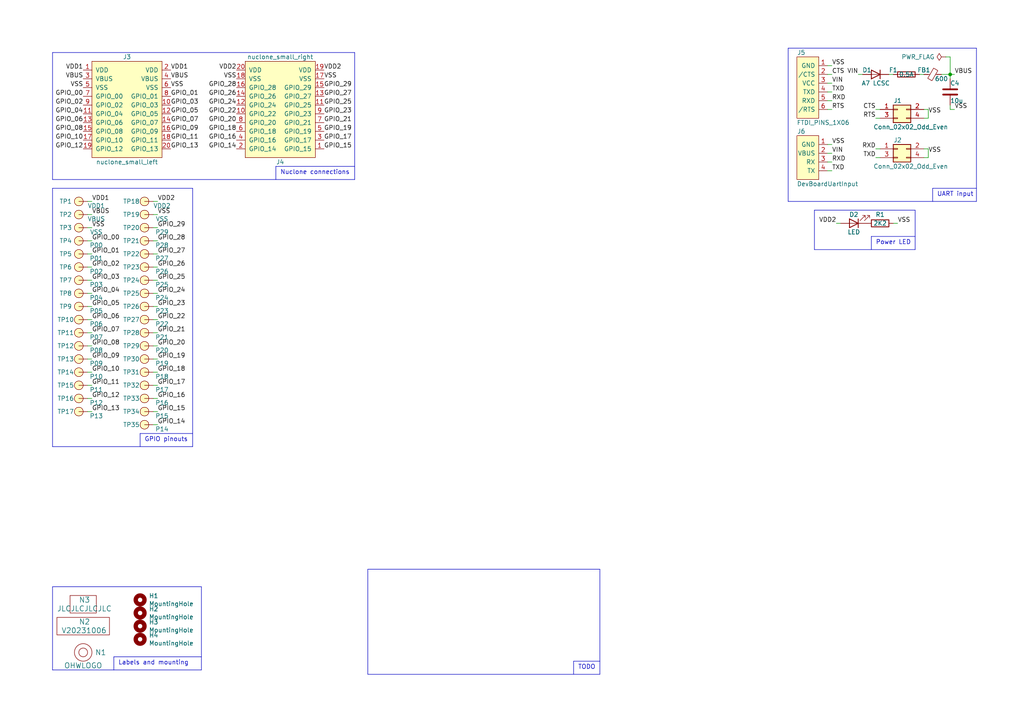
<source format=kicad_sch>
(kicad_sch (version 20231120) (generator "eeschema") (generator_version "8.0")
  (paper "A4")
  (lib_symbols
    (symbol "Connector_Generic:Conn_02x02_Odd_Even" (pin_names (offset 1.016) hide)
      (property "Reference" "J" (at 1.27 2.54 0))
      (property "Value" "Conn_02x02_Odd_Even" (at 1.27 -5.08 0))
      (symbol "Conn_02x02_Odd_Even_1_1"
        (rectangle (start -1.27 -2.413) (end 0 -2.667) (stroke (width 0.1524)))
        (rectangle (start -1.27 0.127) (end 0 -0.127) (stroke (width 0.1524)))
        (rectangle (start -1.27 1.27) (end 3.81 -3.81) (stroke (width 0.254)) (fill (type background)))
        (rectangle (start 3.81 -2.413) (end 2.54 -2.667) (stroke (width 0.1524)))
        (rectangle (start 3.81 0.127) (end 2.54 -0.127) (stroke (width 0.1524)))
        (pin passive line (at -5.08 0 0) (length 3.81) (name "Pin_1") (number "1"))
        (pin passive line (at 7.62 0 180) (length 3.81) (name "Pin_2") (number "2"))
        (pin passive line (at -5.08 -2.54 0) (length 3.81) (name "Pin_3") (number "3"))
        (pin passive line (at 7.62 -2.54 180) (length 3.81) (name "Pin_4") (number "4"))
      )
    )
    (symbol "Device:C" (pin_numbers hide) (pin_names (offset 0.254))
      (property "Reference" "C" (at 0.635 2.54 0))
      (property "Value" "C" (at 0.635 -2.54 0))
      (symbol "C_0_1"
        (polyline (pts (xy -2.032 -0.762) (xy 2.032 -0.762)) (stroke (width 0.508)))
        (polyline (pts (xy -2.032 0.762) (xy 2.032 0.762)) (stroke (width 0.508)))
      )
      (symbol "C_1_1"
        (pin passive line (at 0 3.81 270) (length 2.794) (name "~") (number "1"))
        (pin passive line (at 0 -3.81 90) (length 2.794) (name "~") (number "2"))
      )
    )
    (symbol "Device:D" (pin_numbers hide) (pin_names (offset 1.016) hide)
      (property "Reference" "D" (at 0 2.54 0))
      (property "Value" "D" (at 0 -2.54 0))
      (symbol "D_0_1"
        (polyline (pts (xy -1.27 1.27) (xy -1.27 -1.27)) (stroke (width 0.254)))
        (polyline (pts (xy 1.27 0) (xy -1.27 0)))
        (polyline (pts (xy 1.27 1.27) (xy 1.27 -1.27) (xy -1.27 0) (xy 1.27 1.27)) (stroke (width 0.254)))
      )
      (symbol "D_1_1"
        (pin passive line (at -3.81 0 0) (length 2.54) (name "K") (number "1"))
        (pin passive line (at 3.81 0 180) (length 2.54) (name "A") (number "2"))
      )
    )
    (symbol "Device:FerriteBead_Small" (pin_numbers hide) (pin_names (offset 0))
      (property "Reference" "FB" (at 1.905 1.27 0))
      (property "Value" "FerriteBead_Small" (at 1.905 -1.27 0))
      (symbol "FerriteBead_Small_0_1"
        (polyline (pts (xy 0 -1.27) (xy 0 -0.7874)))
        (polyline (pts (xy 0 0.889) (xy 0 1.2954)))
        (polyline (pts (xy -1.8288 0.2794) (xy -1.1176 1.4986) (xy 1.8288 -0.2032) (xy 1.1176 -1.4224) (xy -1.8288 0.2794)))
      )
      (symbol "FerriteBead_Small_1_1"
        (pin passive line (at 0 2.54 270) (length 1.27) (name "~") (number "1"))
        (pin passive line (at 0 -2.54 90) (length 1.27) (name "~") (number "2"))
      )
    )
    (symbol "Device:Fuse" (pin_numbers hide) (pin_names (offset 0))
      (property "Reference" "F" (at 2.032 0 90))
      (property "Value" "Fuse" (at -1.905 0 90))
      (symbol "Fuse_0_1"
        (rectangle (start -0.762 -2.54) (end 0.762 2.54) (stroke (width 0.254)))
        (polyline (pts (xy 0 2.54) (xy 0 -2.54)))
      )
      (symbol "Fuse_1_1"
        (pin passive line (at 0 3.81 270) (length 1.27) (name "~") (number "1"))
        (pin passive line (at 0 -3.81 90) (length 1.27) (name "~") (number "2"))
      )
    )
    (symbol "Device:LED" (pin_numbers hide) (pin_names (offset 1.016) hide)
      (property "Reference" "D" (at 0 2.54 0))
      (property "Value" "LED" (at 0 -2.54 0))
      (symbol "LED_0_1"
        (polyline (pts (xy -1.27 -1.27) (xy -1.27 1.27)) (stroke (width 0.254)))
        (polyline (pts (xy -1.27 0) (xy 1.27 0)))
        (polyline (pts (xy 1.27 -1.27) (xy 1.27 1.27) (xy -1.27 0) (xy 1.27 -1.27)) (stroke (width 0.254)))
        (polyline (pts (xy -3.048 -0.762) (xy -4.572 -2.286) (xy -3.81 -2.286) (xy -4.572 -2.286) (xy -4.572 -1.524)))
        (polyline (pts (xy -1.778 -0.762) (xy -3.302 -2.286) (xy -2.54 -2.286) (xy -3.302 -2.286) (xy -3.302 -1.524)))
      )
      (symbol "LED_1_1"
        (pin passive line (at -3.81 0 0) (length 2.54) (name "K") (number "1"))
        (pin passive line (at 3.81 0 180) (length 2.54) (name "A") (number "2"))
      )
    )
    (symbol "Device:R" (pin_numbers hide) (pin_names (offset 0))
      (property "Reference" "R" (at 2.032 0 90))
      (property "Value" "R" (at 0 0 90))
      (symbol "R_0_1"
        (rectangle (start -1.016 -2.54) (end 1.016 2.54) (stroke (width 0.254)))
      )
      (symbol "R_1_1"
        (pin passive line (at 0 3.81 270) (length 1.27) (name "~") (number "1"))
        (pin passive line (at 0 -3.81 90) (length 1.27) (name "~") (number "2"))
      )
    )
    (symbol "Mechanical:MountingHole" (pin_names (offset 1.016))
      (property "Reference" "H" (at 0 5.08 0))
      (property "Value" "MountingHole" (at 0 3.175 0))
      (symbol "MountingHole_0_1"
        (circle (center 0 0) (radius 1.27) (stroke (width 1.27)))
      )
    )
    (symbol "SquantorConnectorsNamed:DevBoardUartInput" (pin_names (offset 1.016))
      (property "Reference" "J" (at 0 7.62 0))
      (property "Value" "DevBoardUartInput" (at 0 -7.62 0))
      (symbol "DevBoardUartInput_0_1"
        (rectangle (start 2.54 -6.35) (end -3.81 6.35) (fill (type background)))
      )
      (symbol "DevBoardUartInput_1_1"
        (pin power_out line (at 5.08 3.81 180) (length 2.54) (name "GND") (number "1"))
        (pin power_out line (at 5.08 1.27 180) (length 2.54) (name "VBUS") (number "2"))
        (pin input line (at 5.08 -1.27 180) (length 2.54) (name "RX") (number "3"))
        (pin output line (at 5.08 -3.81 180) (length 2.54) (name "TX") (number "4"))
      )
    )
    (symbol "SquantorConnectorsNamed:FTDI_PINS_1X06" (pin_names (offset 1.016))
      (property "Reference" "J" (at 0 10.16 0))
      (property "Value" "FTDI_PINS_1X06" (at 0 -10.16 0))
      (symbol "FTDI_PINS_1X06_0_1"
        (rectangle (start -3.81 8.89) (end 2.54 -8.89) (fill (type background)))
      )
      (symbol "FTDI_PINS_1X06_1_1"
        (pin power_out line (at 5.08 6.35 180) (length 2.54) (name "GND") (number "1"))
        (pin input line (at 5.08 3.81 180) (length 2.54) (name "/CTS") (number "2"))
        (pin power_out line (at 5.08 1.27 180) (length 2.54) (name "VCC") (number "3"))
        (pin output line (at 5.08 -1.27 180) (length 2.54) (name "TXD") (number "4"))
        (pin input line (at 5.08 -3.81 180) (length 2.54) (name "RXD") (number "5"))
        (pin output line (at 5.08 -6.35 180) (length 2.54) (name "/RTS") (number "6"))
      )
    )
    (symbol "SquantorConnectorsNamed:nuclone_small_left" (pin_names (offset 1.016))
      (property "Reference" "J" (at 0 15.24 0))
      (property "Value" "nuclone_small_left" (at 0 -15.24 0))
      (symbol "nuclone_small_left_0_1"
        (rectangle (start -10.16 13.97) (end 10.16 -13.97) (fill (type background)))
      )
      (symbol "nuclone_small_left_1_1"
        (pin power_in line (at -12.7 11.43 0) (length 2.54) (name "VDD") (number "1"))
        (pin bidirectional line (at 12.7 1.27 180) (length 2.54) (name "GPIO_03") (number "10"))
        (pin bidirectional line (at -12.7 -1.27 0) (length 2.54) (name "GPIO_04") (number "11"))
        (pin bidirectional line (at 12.7 -1.27 180) (length 2.54) (name "GPIO_05") (number "12"))
        (pin bidirectional line (at -12.7 -3.81 0) (length 2.54) (name "GPIO_06") (number "13"))
        (pin bidirectional line (at 12.7 -3.81 180) (length 2.54) (name "GPIO_07") (number "14"))
        (pin bidirectional line (at -12.7 -6.35 0) (length 2.54) (name "GPIO_08") (number "15"))
        (pin bidirectional line (at 12.7 -6.35 180) (length 2.54) (name "GPIO_09") (number "16"))
        (pin bidirectional line (at -12.7 -8.89 0) (length 2.54) (name "GPIO_10") (number "17"))
        (pin bidirectional line (at 12.7 -8.89 180) (length 2.54) (name "GPIO_11") (number "18"))
        (pin bidirectional line (at -12.7 -11.43 0) (length 2.54) (name "GPIO_12") (number "19"))
        (pin power_in line (at 12.7 11.43 180) (length 2.54) (name "VDD") (number "2"))
        (pin bidirectional line (at 12.7 -11.43 180) (length 2.54) (name "GPIO_13") (number "20"))
        (pin power_in line (at -12.7 8.89 0) (length 2.54) (name "VBUS") (number "3"))
        (pin power_in line (at 12.7 8.89 180) (length 2.54) (name "VBUS") (number "4"))
        (pin power_in line (at -12.7 6.35 0) (length 2.54) (name "VSS") (number "5"))
        (pin power_in line (at 12.7 6.35 180) (length 2.54) (name "VSS") (number "6"))
        (pin bidirectional line (at -12.7 3.81 0) (length 2.54) (name "GPIO_00") (number "7"))
        (pin bidirectional line (at 12.7 3.81 180) (length 2.54) (name "GPIO_01") (number "8"))
        (pin bidirectional line (at -12.7 1.27 0) (length 2.54) (name "GPIO_02") (number "9"))
      )
    )
    (symbol "SquantorConnectorsNamed:nuclone_small_right" (pin_names (offset 1.016))
      (property "Reference" "J" (at 0 -15.24 0))
      (property "Value" "nuclone_small_right" (at 0 15.24 0))
      (symbol "nuclone_small_right_0_1"
        (rectangle (start 10.16 -13.97) (end -10.16 13.97) (fill (type background)))
      )
      (symbol "nuclone_small_right_1_1"
        (pin bidirectional line (at 12.7 -11.43 180) (length 2.54) (name "GPIO_15") (number "1"))
        (pin bidirectional line (at -12.7 -1.27 0) (length 2.54) (name "GPIO_22") (number "10"))
        (pin bidirectional line (at 12.7 1.27 180) (length 2.54) (name "GPIO_25") (number "11"))
        (pin bidirectional line (at -12.7 1.27 0) (length 2.54) (name "GPIO_24") (number "12"))
        (pin bidirectional line (at 12.7 3.81 180) (length 2.54) (name "GPIO_27") (number "13"))
        (pin bidirectional line (at -12.7 3.81 0) (length 2.54) (name "GPIO_26") (number "14"))
        (pin bidirectional line (at 12.7 6.35 180) (length 2.54) (name "GPIO_29") (number "15"))
        (pin bidirectional line (at -12.7 6.35 0) (length 2.54) (name "GPIO_28") (number "16"))
        (pin power_in line (at 12.7 8.89 180) (length 2.54) (name "VSS") (number "17"))
        (pin power_in line (at -12.7 8.89 0) (length 2.54) (name "VSS") (number "18"))
        (pin power_in line (at 12.7 11.43 180) (length 2.54) (name "VDD") (number "19"))
        (pin bidirectional line (at -12.7 -11.43 0) (length 2.54) (name "GPIO_14") (number "2"))
        (pin power_in line (at -12.7 11.43 0) (length 2.54) (name "VDD") (number "20"))
        (pin bidirectional line (at 12.7 -8.89 180) (length 2.54) (name "GPIO_17") (number "3"))
        (pin bidirectional line (at -12.7 -8.89 0) (length 2.54) (name "GPIO_16") (number "4"))
        (pin bidirectional line (at 12.7 -6.35 180) (length 2.54) (name "GPIO_19") (number "5"))
        (pin bidirectional line (at -12.7 -6.35 0) (length 2.54) (name "GPIO_18") (number "6"))
        (pin bidirectional line (at 12.7 -3.81 180) (length 2.54) (name "GPIO_21") (number "7"))
        (pin bidirectional line (at -12.7 -3.81 0) (length 2.54) (name "GPIO_20") (number "8"))
        (pin bidirectional line (at 12.7 -1.27 180) (length 2.54) (name "GPIO_23") (number "9"))
      )
    )
    (symbol "SquantorLabels:Label" (pin_names (offset 1.016))
      (property "Reference" "N" (at 0 1.27 0))
      (property "Value" "Label" (at 0 -1.27 0))
      (symbol "Label_0_1"
        (rectangle (start -3.81 2.54) (end 3.81 -2.54))
      )
    )
    (symbol "SquantorLabels:OHWLOGO" (pin_names (offset 1.016))
      (property "Reference" "N" (at 0 3.81 0))
      (property "Value" "OHWLOGO" (at 0 -3.81 0))
      (symbol "OHWLOGO_0_1"
        (circle (center 0 0) (radius 1.27))
        (circle (center 0 0) (radius 2.54))
      )
    )
    (symbol "SquantorLabels:VYYYYMMDD" (pin_names (offset 1.016))
      (property "Reference" "N" (at 0 2.54 0))
      (property "Value" "VYYYYMMDD" (at 0 0 0))
      (symbol "VYYYYMMDD_0_1"
        (rectangle (start 7.62 -1.27) (end -7.62 3.81))
      )
    )
    (symbol "SquantorProto:testpad" (pin_numbers hide) (pin_names (offset 1.016) hide)
      (property "Reference" "TP" (at 0 2.54 0))
      (property "Value" "testpad" (at 0 -2.54 0))
      (symbol "testpad_0_1"
        (circle (center 0 0) (radius 1.27) (fill (type background)))
      )
      (symbol "testpad_1_1"
        (pin passive line (at -2.54 0 0) (length 2.54) (name "1") (number "1"))
      )
    )
    (symbol "power:PWR_FLAG" (power) (pin_numbers hide) (pin_names (offset 0) hide)
      (property "Value" "PWR_FLAG" (at 0 3.81 0))
      (symbol "PWR_FLAG_0_0"
        (pin power_out line (at 0 0 90) (length 0) (name "pwr") (number "1"))
      )
      (symbol "PWR_FLAG_0_1"
        (polyline (pts (xy 0 0) (xy 0 1.27) (xy -1.016 1.905) (xy 0 2.54) (xy 1.016 1.905) (xy 0 1.27)))
      )
    )
  )
  (junction (at 275.59 21.59))
  (polyline (pts (xy 228.6 13.97) (xy 283.21 13.97)))
  (wire (pts (xy 248.92 21.59) (xy 250.19 21.59)))
  (wire (pts (xy 44.45 96.52) (xy 45.72 96.52)))
  (wire (pts (xy 44.45 58.42) (xy 45.72 58.42)))
  (wire (pts (xy 276.86 21.59) (xy 275.59 21.59)))
  (polyline (pts (xy 102.87 48.26) (xy 80.01 48.26)))
  (polyline (pts (xy 33.02 190.5) (xy 33.02 194.31)))
  (wire (pts (xy 275.59 21.59) (xy 275.59 22.86)))
  (wire (pts (xy 269.24 34.29) (xy 267.97 34.29)))
  (wire (pts (xy 254 43.18) (xy 255.27 43.18)))
  (wire (pts (xy 45.72 77.47) (xy 44.45 77.47)))
  (wire (pts (xy 257.81 21.59) (xy 259.08 21.59)))
  (polyline (pts (xy 58.42 190.5) (xy 33.02 190.5)))
  (wire (pts (xy 240.03 31.75) (xy 241.3 31.75)))
  (polyline (pts (xy 228.6 58.42) (xy 283.21 58.42)))
  (wire (pts (xy 45.72 107.95) (xy 44.45 107.95)))
  (wire (pts (xy 25.4 88.9) (xy 26.67 88.9)))
  (polyline (pts (xy 173.99 165.1) (xy 173.99 195.58)))
  (wire (pts (xy 44.45 115.57) (xy 45.72 115.57)))
  (wire (pts (xy 240.03 41.91) (xy 241.3 41.91)))
  (wire (pts (xy 254 45.72) (xy 255.27 45.72)))
  (wire (pts (xy 266.7 21.59) (xy 267.97 21.59)))
  (wire (pts (xy 26.67 115.57) (xy 25.4 115.57)))
  (polyline (pts (xy 236.22 60.96) (xy 236.22 72.39)))
  (wire (pts (xy 26.67 58.42) (xy 25.4 58.42)))
  (polyline (pts (xy 80.01 48.26) (xy 80.01 52.07)))
  (wire (pts (xy 267.97 31.75) (xy 269.24 31.75)))
  (polyline (pts (xy 236.22 72.39) (xy 265.43 72.39)))
  (polyline (pts (xy 15.24 54.61) (xy 55.88 54.61)))
  (polyline (pts (xy 265.43 68.58) (xy 252.73 68.58)))
  (wire (pts (xy 26.67 85.09) (xy 25.4 85.09)))
  (polyline (pts (xy 15.24 129.54) (xy 15.24 54.61)))
  (wire (pts (xy 45.72 100.33) (xy 44.45 100.33)))
  (polyline (pts (xy 40.64 125.73) (xy 40.64 129.54)))
  (wire (pts (xy 240.03 24.13) (xy 241.3 24.13)))
  (wire (pts (xy 44.45 66.04) (xy 45.72 66.04)))
  (polyline (pts (xy 55.88 54.61) (xy 55.88 129.54)))
  (polyline (pts (xy 252.73 68.58) (xy 252.73 72.39)))
  (wire (pts (xy 45.72 85.09) (xy 44.45 85.09)))
  (wire (pts (xy 254 31.75) (xy 255.27 31.75)))
  (wire (pts (xy 25.4 81.28) (xy 26.67 81.28)))
  (wire (pts (xy 25.4 104.14) (xy 26.67 104.14)))
  (wire (pts (xy 45.72 69.85) (xy 44.45 69.85)))
  (wire (pts (xy 240.03 49.53) (xy 241.3 49.53)))
  (wire (pts (xy 275.59 31.75) (xy 275.59 30.48)))
  (wire (pts (xy 25.4 96.52) (xy 26.67 96.52)))
  (wire (pts (xy 26.67 66.04) (xy 25.4 66.04)))
  (wire (pts (xy 44.45 111.76) (xy 45.72 111.76)))
  (polyline (pts (xy 15.24 194.31) (xy 58.42 194.31)))
  (wire (pts (xy 44.45 88.9) (xy 45.72 88.9)))
  (polyline (pts (xy 102.87 15.24) (xy 15.24 15.24)))
  (wire (pts (xy 240.03 46.99) (xy 241.3 46.99)))
  (wire (pts (xy 240.03 29.21) (xy 241.3 29.21)))
  (wire (pts (xy 26.67 107.95) (xy 25.4 107.95)))
  (polyline (pts (xy 283.21 13.97) (xy 283.21 58.42)))
  (polyline (pts (xy 106.68 165.1) (xy 173.99 165.1)))
  (polyline (pts (xy 55.88 129.54) (xy 15.24 129.54)))
  (polyline (pts (xy 15.24 52.07) (xy 102.87 52.07)))
  (polyline (pts (xy 58.42 194.31) (xy 58.42 170.18)))
  (polyline (pts (xy 166.37 191.77) (xy 173.99 191.77)))
  (wire (pts (xy 25.4 119.38) (xy 26.67 119.38)))
  (polyline (pts (xy 58.42 170.18) (xy 15.24 170.18)))
  (polyline (pts (xy 106.68 195.58) (xy 106.68 165.1)))
  (wire (pts (xy 45.72 119.38) (xy 44.45 119.38)))
  (wire (pts (xy 254 34.29) (xy 255.27 34.29)))
  (wire (pts (xy 259.08 64.77) (xy 260.35 64.77)))
  (wire (pts (xy 45.72 92.71) (xy 44.45 92.71)))
  (polyline (pts (xy 55.88 125.73) (xy 40.64 125.73)))
  (wire (pts (xy 240.03 21.59) (xy 241.3 21.59)))
  (polyline (pts (xy 228.6 13.97) (xy 228.6 58.42)))
  (wire (pts (xy 269.24 31.75) (xy 269.24 34.29)))
  (wire (pts (xy 25.4 73.66) (xy 26.67 73.66)))
  (wire (pts (xy 269.24 45.72) (xy 267.97 45.72)))
  (wire (pts (xy 240.03 44.45) (xy 241.3 44.45)))
  (wire (pts (xy 44.45 81.28) (xy 45.72 81.28)))
  (wire (pts (xy 26.67 77.47) (xy 25.4 77.47)))
  (wire (pts (xy 275.59 16.51) (xy 275.59 21.59)))
  (wire (pts (xy 44.45 123.19) (xy 45.72 123.19)))
  (wire (pts (xy 240.03 26.67) (xy 241.3 26.67)))
  (wire (pts (xy 26.67 100.33) (xy 25.4 100.33)))
  (wire (pts (xy 269.24 43.18) (xy 269.24 45.72)))
  (wire (pts (xy 44.45 104.14) (xy 45.72 104.14)))
  (wire (pts (xy 44.45 73.66) (xy 45.72 73.66)))
  (wire (pts (xy 242.57 64.77) (xy 243.84 64.77)))
  (wire (pts (xy 26.67 69.85) (xy 25.4 69.85)))
  (wire (pts (xy 26.67 92.71) (xy 25.4 92.71)))
  (polyline (pts (xy 15.24 170.18) (xy 15.24 194.31)))
  (wire (pts (xy 275.59 31.75) (xy 276.86 31.75)))
  (wire (pts (xy 240.03 19.05) (xy 241.3 19.05)))
  (polyline (pts (xy 15.24 15.24) (xy 15.24 52.07)))
  (polyline (pts (xy 173.99 195.58) (xy 106.68 195.58)))
  (wire (pts (xy 25.4 62.23) (xy 26.67 62.23)))
  (polyline (pts (xy 283.21 54.61) (xy 270.51 54.61)))
  (wire (pts (xy 25.4 111.76) (xy 26.67 111.76)))
  (polyline (pts (xy 102.87 52.07) (xy 102.87 15.24)))
  (polyline (pts (xy 265.43 72.39) (xy 265.43 60.96)))
  (wire (pts (xy 273.05 21.59) (xy 275.59 21.59)))
  (wire (pts (xy 267.97 43.18) (xy 269.24 43.18)))
  (polyline (pts (xy 265.43 60.96) (xy 236.22 60.96)))
  (wire (pts (xy 275.59 16.51) (xy 274.32 16.51)))
  (polyline (pts (xy 270.51 54.61) (xy 270.51 58.42)))
  (wire (pts (xy 45.72 62.23) (xy 44.45 62.23)))
  (polyline (pts (xy 166.37 195.58) (xy 166.37 191.77)))
  (text "Labels and mounting" (at 34.29 193.04 0) (effects (font (size 1.27 1.27)) (justify left bottom)))
  (text "Power LED" (at 254 71.12 0) (effects (font (size 1.27 1.27)) (justify left bottom)))
  (text "TODO" (at 167.64 194.31 0) (effects (font (size 1.27 1.27)) (justify left bottom)))
  (text "GPIO pinouts" (at 41.91 128.27 0) (effects (font (size 1.27 1.27)) (justify left bottom)))
  (text "Nuclone connections" (at 81.28 50.8 0) (effects (font (size 1.27 1.27)) (justify left bottom)))
  (text "UART input" (at 271.78 57.15 0) (effects (font (size 1.27 1.27)) (justify left bottom)))
  (label "GPIO_24" (at 45.72 85.09 0))
  (label "VDD2" (at 242.57 64.77 180))
  (label "GPIO_20" (at 68.58 35.56 180))
  (label "GPIO_22" (at 45.72 92.71 0))
  (label "GPIO_26" (at 68.58 27.94 180))
  (label "CTS" (at 241.3 21.59 0))
  (label "VSS" (at 49.53 25.4 0))
  (label "GPIO_24" (at 68.58 30.48 180))
  (label "TXD" (at 241.3 26.67 0))
  (label "GPIO_27" (at 45.72 73.66 0))
  (label "GPIO_11" (at 26.67 111.76 0))
  (label "VBUS" (at 49.53 22.86 0))
  (label "GPIO_28" (at 45.72 69.85 0))
  (label "GPIO_12" (at 26.67 115.57 0))
  (label "GPIO_15" (at 45.72 119.38 0))
  (label "VDD1" (at 26.67 58.42 0))
  (label "GPIO_07" (at 49.53 35.56 0))
  (label "GPIO_00" (at 24.13 27.94 180))
  (label "TXD" (at 241.3 49.53 0))
  (label "GPIO_21" (at 93.98 35.56 0))
  (label "VBUS" (at 26.67 62.23 0))
  (label "VDD2" (at 45.72 58.42 0))
  (label "GPIO_29" (at 93.98 25.4 0))
  (label "VIN" (at 241.3 24.13 0))
  (label "GPIO_19" (at 45.72 104.14 0))
  (label "GPIO_08" (at 24.13 38.1 180))
  (label "GPIO_11" (at 49.53 40.64 0))
  (label "CTS" (at 254 31.75 180))
  (label "VDD2" (at 93.98 20.32 0))
  (label "GPIO_22" (at 68.58 33.02 180))
  (label "VDD1" (at 24.13 20.32 180))
  (label "VIN" (at 248.92 21.59 180))
  (label "VSS" (at 269.24 33.02 0))
  (label "VSS" (at 260.35 64.77 0))
  (label "VSS" (at 45.72 62.23 0))
  (label "GPIO_10" (at 24.13 40.64 180))
  (label "GPIO_23" (at 93.98 33.02 0))
  (label "GPIO_01" (at 49.53 27.94 0))
  (label "GPIO_05" (at 49.53 33.02 0))
  (label "RXD" (at 241.3 29.21 0))
  (label "GPIO_15" (at 93.98 43.18 0))
  (label "GPIO_16" (at 45.72 115.57 0))
  (label "GPIO_08" (at 26.67 100.33 0))
  (label "GPIO_19" (at 93.98 38.1 0))
  (label "RXD" (at 254 43.18 180))
  (label "GPIO_26" (at 45.72 77.47 0))
  (label "GPIO_18" (at 45.72 107.95 0))
  (label "GPIO_27" (at 93.98 27.94 0))
  (label "GPIO_23" (at 45.72 88.9 0))
  (label "GPIO_21" (at 45.72 96.52 0))
  (label "GPIO_06" (at 26.67 92.71 0))
  (label "VIN" (at 241.3 44.45 0))
  (label "GPIO_03" (at 26.67 81.28 0))
  (label "GPIO_17" (at 93.98 40.64 0))
  (label "RXD" (at 241.3 46.99 0))
  (label "GPIO_14" (at 68.58 43.18 180))
  (label "VSS" (at 241.3 41.91 0))
  (label "RTS" (at 254 34.29 180))
  (label "GPIO_00" (at 26.67 69.85 0))
  (label "VSS" (at 93.98 22.86 0))
  (label "GPIO_04" (at 24.13 33.02 180))
  (label "VSS" (at 24.13 25.4 180))
  (label "GPIO_03" (at 49.53 30.48 0))
  (label "GPIO_13" (at 49.53 43.18 0))
  (label "GPIO_09" (at 26.67 104.14 0))
  (label "GPIO_02" (at 26.67 77.47 0))
  (label "VSS" (at 26.67 66.04 0))
  (label "GPIO_25" (at 45.72 81.28 0))
  (label "GPIO_13" (at 26.67 119.38 0))
  (label "VBUS" (at 276.86 21.59 0))
  (label "GPIO_18" (at 68.58 38.1 180))
  (label "GPIO_07" (at 26.67 96.52 0))
  (label "GPIO_05" (at 26.67 88.9 0))
  (label "GPIO_28" (at 68.58 25.4 180))
  (label "GPIO_09" (at 49.53 38.1 0))
  (label "GPIO_06" (at 24.13 35.56 180))
  (label "GPIO_02" (at 24.13 30.48 180))
  (label "GPIO_25" (at 93.98 30.48 0))
  (label "VBUS" (at 24.13 22.86 180))
  (label "VDD2" (at 68.58 20.32 180))
  (label "GPIO_04" (at 26.67 85.09 0))
  (label "GPIO_16" (at 68.58 40.64 180))
  (label "VSS" (at 241.3 19.05 0))
  (label "GPIO_17" (at 45.72 111.76 0))
  (label "GPIO_10" (at 26.67 107.95 0))
  (label "VSS" (at 276.86 31.75 0))
  (label "TXD" (at 254 45.72 180))
  (label "VDD1" (at 49.53 20.32 0))
  (label "VSS" (at 269.24 44.45 0))
  (label "GPIO_12" (at 24.13 43.18 180))
  (label "GPIO_01" (at 26.67 73.66 0))
  (label "VSS" (at 68.58 22.86 180))
  (label "GPIO_14" (at 45.72 123.19 0))
  (label "GPIO_29" (at 45.72 66.04 0))
  (label "RTS" (at 241.3 31.75 0))
  (label "GPIO_20" (at 45.72 100.33 0))
  (symbol (lib_id "SquantorLabels:OHWLOGO") (at 24.13 189.23 0) (unit 1)
    (property "Reference" "N1" (at 29.21 189.23 0) (effects (font (size 1.524 1.524))))
    (property "Value" "OHWLOGO" (at 24.13 193.04 0) (effects (font (size 1.524 1.524))))
    (property "Footprint" "Symbol:OSHW-Symbol_6.7x6mm_SilkScreen" (effects (hide yes)))
  )
  (symbol (lib_id "Mechanical:MountingHole") (at 40.64 185.42 0) (unit 1)
    (property "Reference" "H4" (at 43.18 184.2516 0) (effects (justify left)))
    (property "Value" "MountingHole" (at 43.18 186.563 0) (effects (justify left)))
    (property "Footprint" "MountingHole:MountingHole_3.2mm_M3_Pad_Via" (effects (hide yes)))
  )
  (symbol (lib_id "Mechanical:MountingHole") (at 40.64 181.61 0) (unit 1)
    (property "Reference" "H3" (at 43.18 180.4416 0) (effects (justify left)))
    (property "Value" "MountingHole" (at 43.18 182.753 0) (effects (justify left)))
    (property "Footprint" "MountingHole:MountingHole_3.2mm_M3_Pad_Via" (effects (hide yes)))
  )
  (symbol (lib_id "Mechanical:MountingHole") (at 40.64 177.8 0) (unit 1)
    (property "Reference" "H2" (at 43.18 176.6316 0) (effects (justify left)))
    (property "Value" "MountingHole" (at 43.18 178.943 0) (effects (justify left)))
    (property "Footprint" "MountingHole:MountingHole_3.2mm_M3_Pad_Via" (effects (hide yes)))
  )
  (symbol (lib_id "Mechanical:MountingHole") (at 40.64 173.99 0) (unit 1)
    (property "Reference" "H1" (at 43.18 172.8216 0) (effects (justify left)))
    (property "Value" "MountingHole" (at 43.18 175.133 0) (effects (justify left)))
    (property "Footprint" "MountingHole:MountingHole_3.2mm_M3_Pad_Via" (effects (hide yes)))
  )
  (symbol (lib_id "SquantorLabels:VYYYYMMDD") (at 24.13 182.88 0) (unit 1)
    (property "Reference" "N2" (at 22.86 180.34 0) (effects (font (size 1.524 1.524)) (justify left)))
    (property "Value" "V20231006" (at 17.78 182.88 0) (effects (font (size 1.524 1.524)) (justify left)))
    (property "Footprint" "SquantorLabels:Label_Generic" (effects (hide yes)))
  )
  (symbol (lib_id "SquantorConnectorsNamed:nuclone_small_left") (at 36.83 31.75 0) (unit 1)
    (property "Reference" "J3" (at 36.83 16.51 0))
    (property "Value" "nuclone_small_left" (at 36.83 46.99 0))
    (property "Footprint" "SquantorConnectorsNamed:nuclone_small_left_stacked" (effects (hide yes)))
  )
  (symbol (lib_id "SquantorConnectorsNamed:nuclone_small_right") (at 81.28 31.75 0) (unit 1)
    (property "Reference" "J4" (at 81.28 46.99 0))
    (property "Value" "nuclone_small_right" (at 81.28 16.51 0))
    (property "Footprint" "SquantorConnectorsNamed:nuclone_small_right_stacked" (effects (hide yes)))
  )
  (symbol (lib_id "SquantorLabels:Label") (at 24.13 175.26 0) (unit 1)
    (property "Reference" "N3" (at 22.86 173.99 0) (effects (font (size 1.524 1.524)) (justify left)))
    (property "Value" "JLCJLCJLCJLC" (at 16.51 176.53 0) (effects (font (size 1.524 1.524)) (justify left)))
    (property "Footprint" "SquantorLabels:Label_Generic" (effects (hide yes)))
  )
  (symbol (lib_id "SquantorProto:testpad") (at 22.86 58.42 180) (unit 1)
    (property "Reference" "TP1" (at 19.05 58.42 0))
    (property "Value" "VDD1" (at 27.94 59.69 0))
    (property "Footprint" "SquantorTestPoints:TestPoint_hole_H05R10_2side" (effects (hide yes)))
  )
  (symbol (lib_id "SquantorProto:testpad") (at 22.86 62.23 180) (unit 1)
    (property "Reference" "TP2" (at 19.05 62.23 0))
    (property "Value" "VBUS" (at 27.94 63.5 0))
    (property "Footprint" "SquantorTestPoints:TestPoint_hole_H05R10_2side" (effects (hide yes)))
  )
  (symbol (lib_id "SquantorProto:testpad") (at 22.86 66.04 180) (unit 1)
    (property "Reference" "TP3" (at 19.05 66.04 0))
    (property "Value" "VSS" (at 27.94 67.31 0))
    (property "Footprint" "SquantorTestPoints:TestPoint_hole_H05R10_2side" (effects (hide yes)))
  )
  (symbol (lib_id "Device:Fuse") (at 262.89 21.59 270) (unit 1)
    (property "Reference" "F1" (at 259.08 20.32 90))
    (property "Value" "0.5A" (at 262.89 21.59 90))
    (property "Footprint" "SquantorRcl:F_0603_hand" (effects (hide yes)))
  )
  (symbol (lib_id "Device:FerriteBead_Small") (at 270.51 21.59 270) (unit 1)
    (property "Reference" "FB1" (at 267.97 20.32 90))
    (property "Value" "600" (at 273.05 22.86 90))
    (property "Footprint" "SquantorRcl:L_0603" (effects (hide yes)))
  )
  (symbol (lib_id "Device:C") (at 275.59 26.67 0) (unit 1)
    (property "Reference" "C4" (at 275.59 24.13 0) (effects (justify left)))
    (property "Value" "10u" (at 275.59 29.21 0) (effects (justify left)))
    (property "Footprint" "SquantorRcl:C_0603" (effects (hide yes)))
  )
  (symbol (lib_id "power:PWR_FLAG") (at 274.32 16.51 90) (unit 1)
    (property "Reference" "#FLG02" (effects (hide yes)))
    (property "Value" "PWR_FLAG" (at 271.0942 16.51 90) (effects (justify left)))
  )
  (symbol (lib_id "SquantorProto:testpad") (at 22.86 69.85 180) (unit 1)
    (property "Reference" "TP4" (at 19.05 69.85 0))
    (property "Value" "P00" (at 27.94 71.12 0))
    (property "Footprint" "SquantorTestPoints:TestPoint_hole_H05R10_2side" (effects (hide yes)))
  )
  (symbol (lib_id "SquantorProto:testpad") (at 22.86 73.66 180) (unit 1)
    (property "Reference" "TP5" (at 19.05 73.66 0))
    (property "Value" "P01" (at 27.94 74.93 0))
    (property "Footprint" "SquantorTestPoints:TestPoint_hole_H05R10_2side" (effects (hide yes)))
  )
  (symbol (lib_id "SquantorProto:testpad") (at 22.86 77.47 180) (unit 1)
    (property "Reference" "TP6" (at 19.05 77.47 0))
    (property "Value" "P02" (at 27.94 78.74 0))
    (property "Footprint" "SquantorTestPoints:TestPoint_hole_H05R10_2side" (effects (hide yes)))
  )
  (symbol (lib_id "SquantorProto:testpad") (at 22.86 81.28 180) (unit 1)
    (property "Reference" "TP7" (at 19.05 81.28 0))
    (property "Value" "P03" (at 27.94 82.55 0))
    (property "Footprint" "SquantorTestPoints:TestPoint_hole_H05R10_2side" (effects (hide yes)))
  )
  (symbol (lib_id "SquantorProto:testpad") (at 22.86 85.09 180) (unit 1)
    (property "Reference" "TP8" (at 19.05 85.09 0))
    (property "Value" "P04" (at 27.94 86.36 0))
    (property "Footprint" "SquantorTestPoints:TestPoint_hole_H05R10_2side" (effects (hide yes)))
  )
  (symbol (lib_id "SquantorProto:testpad") (at 22.86 88.9 180) (unit 1)
    (property "Reference" "TP9" (at 19.05 88.9 0))
    (property "Value" "P05" (at 27.94 90.17 0))
    (property "Footprint" "SquantorTestPoints:TestPoint_hole_H05R10_2side" (effects (hide yes)))
  )
  (symbol (lib_id "SquantorProto:testpad") (at 22.86 92.71 180) (unit 1)
    (property "Reference" "TP10" (at 19.05 92.71 0))
    (property "Value" "P06" (at 27.94 93.98 0))
    (property "Footprint" "SquantorTestPoints:TestPoint_hole_H05R10_2side" (effects (hide yes)))
  )
  (symbol (lib_id "SquantorProto:testpad") (at 22.86 96.52 180) (unit 1)
    (property "Reference" "TP11" (at 19.05 96.52 0))
    (property "Value" "P07" (at 27.94 97.79 0))
    (property "Footprint" "SquantorTestPoints:TestPoint_hole_H05R10_2side" (effects (hide yes)))
  )
  (symbol (lib_id "SquantorProto:testpad") (at 22.86 100.33 180) (unit 1)
    (property "Reference" "TP12" (at 19.05 100.33 0))
    (property "Value" "P08" (at 27.94 101.6 0))
    (property "Footprint" "SquantorTestPoints:TestPoint_hole_H05R10_2side" (effects (hide yes)))
  )
  (symbol (lib_id "SquantorProto:testpad") (at 22.86 104.14 180) (unit 1)
    (property "Reference" "TP13" (at 19.05 104.14 0))
    (property "Value" "P09" (at 27.94 105.41 0))
    (property "Footprint" "SquantorTestPoints:TestPoint_hole_H05R10_2side" (effects (hide yes)))
  )
  (symbol (lib_id "SquantorProto:testpad") (at 22.86 107.95 180) (unit 1)
    (property "Reference" "TP14" (at 19.05 107.95 0))
    (property "Value" "P10" (at 27.94 109.22 0))
    (property "Footprint" "SquantorTestPoints:TestPoint_hole_H05R10_2side" (effects (hide yes)))
  )
  (symbol (lib_id "SquantorProto:testpad") (at 22.86 111.76 180) (unit 1)
    (property "Reference" "TP15" (at 19.05 111.76 0))
    (property "Value" "P11" (at 27.94 113.03 0))
    (property "Footprint" "SquantorTestPoints:TestPoint_hole_H05R10_2side" (effects (hide yes)))
  )
  (symbol (lib_id "SquantorProto:testpad") (at 22.86 115.57 180) (unit 1)
    (property "Reference" "TP16" (at 19.05 115.57 0))
    (property "Value" "P12" (at 27.94 116.84 0))
    (property "Footprint" "SquantorTestPoints:TestPoint_hole_H05R10_2side" (effects (hide yes)))
  )
  (symbol (lib_id "SquantorProto:testpad") (at 22.86 119.38 180) (unit 1)
    (property "Reference" "TP17" (at 19.05 119.38 0))
    (property "Value" "P13" (at 27.94 120.65 0))
    (property "Footprint" "SquantorTestPoints:TestPoint_hole_H05R10_2side" (effects (hide yes)))
  )
  (symbol (lib_id "SquantorProto:testpad") (at 41.91 58.42 180) (unit 1)
    (property "Reference" "TP18" (at 38.1 58.42 0))
    (property "Value" "VDD2" (at 46.99 59.69 0))
    (property "Footprint" "SquantorTestPoints:TestPoint_hole_H05R10_2side" (effects (hide yes)))
  )
  (symbol (lib_id "SquantorProto:testpad") (at 41.91 62.23 180) (unit 1)
    (property "Reference" "TP19" (at 38.1 62.23 0))
    (property "Value" "VSS" (at 46.99 63.5 0))
    (property "Footprint" "SquantorTestPoints:TestPoint_hole_H05R10_2side" (effects (hide yes)))
  )
  (symbol (lib_id "SquantorProto:testpad") (at 41.91 73.66 180) (unit 1)
    (property "Reference" "TP22" (at 38.1 73.66 0))
    (property "Value" "P27" (at 46.99 74.93 0))
    (property "Footprint" "SquantorTestPoints:TestPoint_hole_H05R10_2side" (effects (hide yes)))
  )
  (symbol (lib_id "SquantorProto:testpad") (at 41.91 77.47 180) (unit 1)
    (property "Reference" "TP23" (at 38.1 77.47 0))
    (property "Value" "P26" (at 46.99 78.74 0))
    (property "Footprint" "SquantorTestPoints:TestPoint_hole_H05R10_2side" (effects (hide yes)))
  )
  (symbol (lib_id "SquantorProto:testpad") (at 41.91 81.28 180) (unit 1)
    (property "Reference" "TP24" (at 38.1 81.28 0))
    (property "Value" "P25" (at 46.99 82.55 0))
    (property "Footprint" "SquantorTestPoints:TestPoint_hole_H05R10_2side" (effects (hide yes)))
  )
  (symbol (lib_id "SquantorProto:testpad") (at 41.91 85.09 180) (unit 1)
    (property "Reference" "TP25" (at 38.1 85.09 0))
    (property "Value" "P24" (at 46.99 86.36 0))
    (property "Footprint" "SquantorTestPoints:TestPoint_hole_H05R10_2side" (effects (hide yes)))
  )
  (symbol (lib_id "SquantorProto:testpad") (at 41.91 88.9 180) (unit 1)
    (property "Reference" "TP26" (at 38.1 88.9 0))
    (property "Value" "P23" (at 46.99 90.17 0))
    (property "Footprint" "SquantorTestPoints:TestPoint_hole_H05R10_2side" (effects (hide yes)))
  )
  (symbol (lib_id "SquantorProto:testpad") (at 41.91 92.71 180) (unit 1)
    (property "Reference" "TP27" (at 38.1 92.71 0))
    (property "Value" "P22" (at 46.99 93.98 0))
    (property "Footprint" "SquantorTestPoints:TestPoint_hole_H05R10_2side" (effects (hide yes)))
  )
  (symbol (lib_id "SquantorProto:testpad") (at 41.91 96.52 180) (unit 1)
    (property "Reference" "TP28" (at 38.1 96.52 0))
    (property "Value" "P21" (at 46.99 97.79 0))
    (property "Footprint" "SquantorTestPoints:TestPoint_hole_H05R10_2side" (effects (hide yes)))
  )
  (symbol (lib_id "SquantorProto:testpad") (at 41.91 100.33 180) (unit 1)
    (property "Reference" "TP29" (at 38.1 100.33 0))
    (property "Value" "P20" (at 46.99 101.6 0))
    (property "Footprint" "SquantorTestPoints:TestPoint_hole_H05R10_2side" (effects (hide yes)))
  )
  (symbol (lib_id "SquantorProto:testpad") (at 41.91 104.14 180) (unit 1)
    (property "Reference" "TP30" (at 38.1 104.14 0))
    (property "Value" "P19" (at 46.99 105.41 0))
    (property "Footprint" "SquantorTestPoints:TestPoint_hole_H05R10_2side" (effects (hide yes)))
  )
  (symbol (lib_id "SquantorProto:testpad") (at 41.91 107.95 180) (unit 1)
    (property "Reference" "TP31" (at 38.1 107.95 0))
    (property "Value" "P18" (at 46.99 109.22 0))
    (property "Footprint" "SquantorTestPoints:TestPoint_hole_H05R10_2side" (effects (hide yes)))
  )
  (symbol (lib_id "SquantorProto:testpad") (at 41.91 111.76 180) (unit 1)
    (property "Reference" "TP32" (at 38.1 111.76 0))
    (property "Value" "P17" (at 46.99 113.03 0))
    (property "Footprint" "SquantorTestPoints:TestPoint_hole_H05R10_2side" (effects (hide yes)))
  )
  (symbol (lib_id "SquantorProto:testpad") (at 41.91 115.57 180) (unit 1)
    (property "Reference" "TP33" (at 38.1 115.57 0))
    (property "Value" "P16" (at 46.99 116.84 0))
    (property "Footprint" "SquantorTestPoints:TestPoint_hole_H05R10_2side" (effects (hide yes)))
  )
  (symbol (lib_id "SquantorProto:testpad") (at 41.91 119.38 180) (unit 1)
    (property "Reference" "TP34" (at 38.1 119.38 0))
    (property "Value" "P15" (at 46.99 120.65 0))
    (property "Footprint" "SquantorTestPoints:TestPoint_hole_H05R10_2side" (effects (hide yes)))
  )
  (symbol (lib_id "SquantorProto:testpad") (at 41.91 123.19 180) (unit 1)
    (property "Reference" "TP35" (at 38.1 123.19 0))
    (property "Value" "P14" (at 46.99 124.46 0))
    (property "Footprint" "SquantorTestPoints:TestPoint_hole_H05R10_2side" (effects (hide yes)))
  )
  (symbol (lib_id "SquantorProto:testpad") (at 41.91 66.04 180) (unit 1)
    (property "Reference" "TP20" (at 38.1 66.04 0))
    (property "Value" "P29" (at 46.99 67.31 0))
    (property "Footprint" "SquantorTestPoints:TestPoint_hole_H05R10_2side" (effects (hide yes)))
  )
  (symbol (lib_id "SquantorProto:testpad") (at 41.91 69.85 180) (unit 1)
    (property "Reference" "TP21" (at 38.1 69.85 0))
    (property "Value" "P28" (at 46.99 71.12 0))
    (property "Footprint" "SquantorTestPoints:TestPoint_hole_H05R10_2side" (effects (hide yes)))
  )
  (symbol (lib_id "Device:D") (at 254 21.59 180) (unit 1)
    (property "Reference" "D1" (at 251.46 20.32 0))
    (property "Value" "A7 LCSC" (at 254 24.13 0))
    (property "Footprint" "SquantorDiodes:SOD-123F-hand" (effects (hide yes)))
    (property "Sim.Device" "D" (effects (hide yes)))
    (property "Sim.Pins" "1=K 2=A" (effects (hide yes)))
  )
  (symbol (lib_id "Connector_Generic:Conn_02x02_Odd_Even") (at 260.35 31.75 0) (unit 1)
    (property "Reference" "J1" (at 260.35 29.21 0))
    (property "Value" "Conn_02x02_Odd_Even" (at 264.16 36.83 0))
    (property "Footprint" "SquantorConnectors:Header-0254-2X02-H010" (effects (hide yes)))
  )
  (symbol (lib_id "Device:LED") (at 247.65 64.77 180) (unit 1)
    (property "Reference" "D2" (at 247.65 62.23 0))
    (property "Value" "LED" (at 247.65 67.31 0))
    (property "Footprint" "SquantorDiodes:LED_0603_hand" (effects (hide yes)))
  )
  (symbol (lib_id "Connector_Generic:Conn_02x02_Odd_Even") (at 260.35 43.18 0) (unit 1)
    (property "Reference" "J2" (at 260.35 40.64 0))
    (property "Value" "Conn_02x02_Odd_Even" (at 264.16 48.26 0))
    (property "Footprint" "SquantorConnectors:Header-0254-2X02-H010" (effects (hide yes)))
  )
  (symbol (lib_id "SquantorConnectorsNamed:DevBoardUartInput") (at 234.95 45.72 0) (unit 1)
    (property "Reference" "J6" (at 232.41 38.1 0))
    (property "Value" "DevBoardUartInput" (at 240.03 53.34 0))
    (property "Footprint" "Connector_JST:JST_PH_B4B-PH-K_1x04_P2.00mm_Vertical" (effects (hide yes)))
  )
  (symbol (lib_id "Device:R") (at 255.27 64.77 90) (unit 1)
    (property "Reference" "R1" (at 255.27 62.23 90))
    (property "Value" "2K2" (at 255.27 64.77 90))
    (property "Footprint" "SquantorRcl:R_0603_hand" (effects (hide yes)))
  )
  (symbol (lib_id "SquantorConnectorsNamed:FTDI_PINS_1X06") (at 234.95 25.4 0) (unit 1)
    (property "Reference" "J5" (at 232.41 15.24 0))
    (property "Value" "FTDI_PINS_1X06" (at 238.76 35.56 0))
    (property "Footprint" "SquantorConnectors:Header-0254-1X06-H010" (effects (hide yes)))
  )
)
</source>
